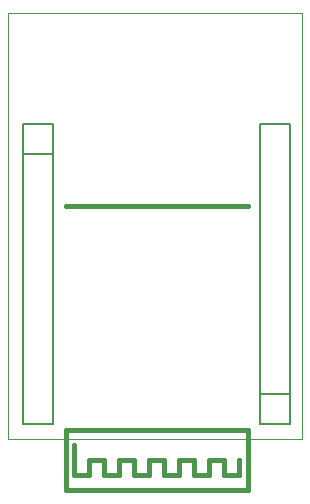
<source format=gbr>
%FSLAX46Y46*%
G04 Gerber Fmt 4.6, Leading zero omitted, Abs format (unit mm)*
G04 Created by KiCad (PCBNEW (2014-jul-16 BZR unknown)-product) date Thu 25 Sep 2014 17:50:32 CEST*
%MOMM*%
G01*
G04 APERTURE LIST*
%ADD10C,0.150000*%
%ADD11C,0.100000*%
%ADD12C,0.381000*%
G04 APERTURE END LIST*
D10*
D11*
X208534000Y-165354000D02*
X208534000Y-129286000D01*
X233426000Y-165354000D02*
X208534000Y-165354000D01*
X233426000Y-129286000D02*
X233426000Y-165354000D01*
X208534000Y-129286000D02*
X233426000Y-129286000D01*
D10*
X232410000Y-161544000D02*
X232410000Y-138684000D01*
X232410000Y-138684000D02*
X229870000Y-138684000D01*
X229870000Y-138684000D02*
X229870000Y-161544000D01*
X232410000Y-164084000D02*
X232410000Y-161544000D01*
X232410000Y-161544000D02*
X229870000Y-161544000D01*
X232410000Y-164084000D02*
X229870000Y-164084000D01*
X229870000Y-164084000D02*
X229870000Y-161544000D01*
X209804000Y-141224000D02*
X209804000Y-164084000D01*
X209804000Y-164084000D02*
X212344000Y-164084000D01*
X212344000Y-164084000D02*
X212344000Y-141224000D01*
X209804000Y-138684000D02*
X209804000Y-141224000D01*
X209804000Y-141224000D02*
X212344000Y-141224000D01*
X209804000Y-138684000D02*
X212344000Y-138684000D01*
X212344000Y-138684000D02*
X212344000Y-141224000D01*
D12*
X214122000Y-165862000D02*
X214122000Y-168402000D01*
X214122000Y-168402000D02*
X215392000Y-168402000D01*
X215392000Y-168402000D02*
X215392000Y-167132000D01*
X215392000Y-167132000D02*
X216662000Y-167132000D01*
X216662000Y-167132000D02*
X216662000Y-168402000D01*
X216662000Y-168402000D02*
X217932000Y-168402000D01*
X217932000Y-168402000D02*
X217932000Y-167132000D01*
X217932000Y-167132000D02*
X219202000Y-167132000D01*
X219202000Y-167132000D02*
X219202000Y-168402000D01*
X219202000Y-168402000D02*
X220472000Y-168402000D01*
X220472000Y-168402000D02*
X220472000Y-167132000D01*
X220472000Y-167132000D02*
X221742000Y-167132000D01*
X221742000Y-167132000D02*
X221742000Y-168402000D01*
X221742000Y-168402000D02*
X223012000Y-168402000D01*
X223012000Y-168402000D02*
X223012000Y-167132000D01*
X223012000Y-167132000D02*
X224282000Y-167132000D01*
X224282000Y-167132000D02*
X224282000Y-168402000D01*
X224282000Y-168402000D02*
X225552000Y-168402000D01*
X225552000Y-168402000D02*
X225552000Y-167132000D01*
X225552000Y-167132000D02*
X226822000Y-167132000D01*
X226822000Y-167132000D02*
X226822000Y-168402000D01*
X226822000Y-168402000D02*
X228092000Y-168402000D01*
X228092000Y-168402000D02*
X228092000Y-167132000D01*
X228822000Y-164592000D02*
X213422000Y-164592000D01*
X213422000Y-145672000D02*
X228822000Y-145672000D01*
X228822000Y-164592000D02*
X228822000Y-169672000D01*
X228822000Y-169672000D02*
X213422000Y-169672000D01*
X213422000Y-169672000D02*
X213422000Y-164592000D01*
M02*

</source>
